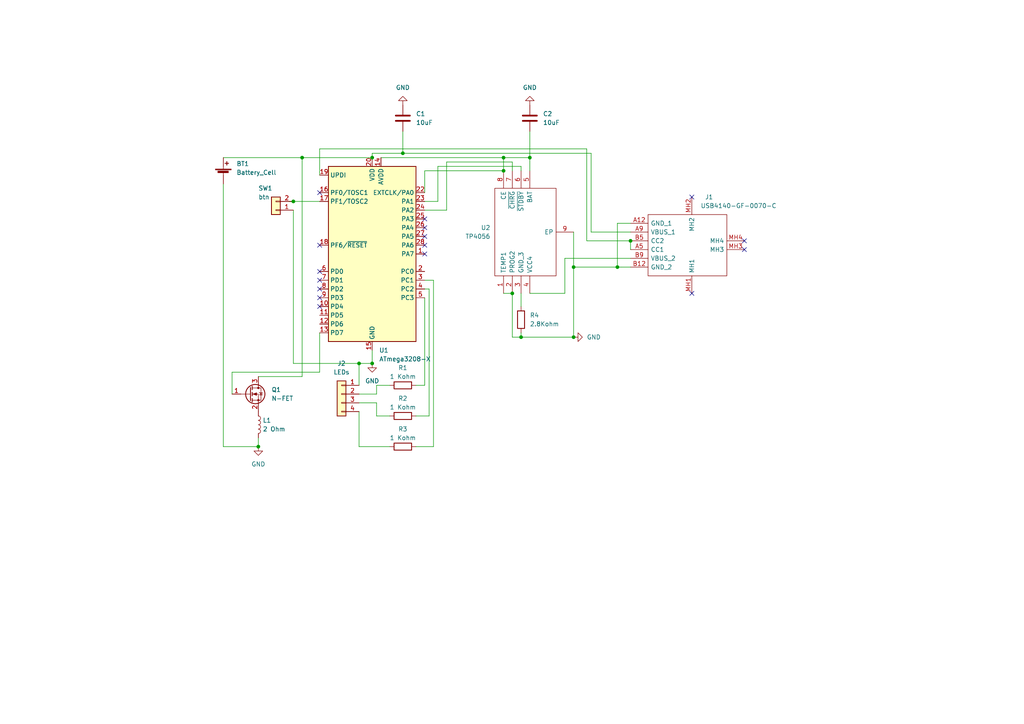
<source format=kicad_sch>
(kicad_sch (version 20211123) (generator eeschema)
  (paper "A4")
  (lib_symbols
    (symbol "Connector_Generic:Conn_01x02" (pin_names (offset 1.016) hide)
      (property "Reference" "J" (at 0 2.54 0))
      (property "Value" "Conn_01x02" (at 0 -5.08 0))
      (symbol "Conn_01x02_1_1"
        (rectangle (start -1.27 -2.413) (end 0 -2.667) (stroke (width 0.1524)))
        (rectangle (start -1.27 0.127) (end 0 -0.127) (stroke (width 0.1524)))
        (rectangle (start -1.27 1.27) (end 1.27 -3.81) (stroke (width 0.254)) (fill (type background)))
        (pin passive line (at -5.08 0 0) (length 3.81) (name "Pin_1") (number "1"))
        (pin passive line (at -5.08 -2.54 0) (length 3.81) (name "Pin_2") (number "2"))
      )
    )
    (symbol "Connector_Generic:Conn_01x04" (pin_names (offset 1.016) hide)
      (property "Reference" "J" (at 0 5.08 0))
      (property "Value" "Conn_01x04" (at 0 -7.62 0))
      (symbol "Conn_01x04_1_1"
        (rectangle (start -1.27 -4.953) (end 0 -5.207) (stroke (width 0.1524)))
        (rectangle (start -1.27 -2.413) (end 0 -2.667) (stroke (width 0.1524)))
        (rectangle (start -1.27 0.127) (end 0 -0.127) (stroke (width 0.1524)))
        (rectangle (start -1.27 2.667) (end 0 2.413) (stroke (width 0.1524)))
        (rectangle (start -1.27 3.81) (end 1.27 -6.35) (stroke (width 0.254)) (fill (type background)))
        (pin passive line (at -5.08 2.54 0) (length 3.81) (name "Pin_1") (number "1"))
        (pin passive line (at -5.08 0 0) (length 3.81) (name "Pin_2") (number "2"))
        (pin passive line (at -5.08 -2.54 0) (length 3.81) (name "Pin_3") (number "3"))
        (pin passive line (at -5.08 -5.08 0) (length 3.81) (name "Pin_4") (number "4"))
      )
    )
    (symbol "Device:Battery_Cell" (pin_numbers hide) (pin_names (offset 0) hide)
      (property "Reference" "BT" (at 2.54 2.54 0))
      (property "Value" "Battery_Cell" (at 2.54 0 0))
      (symbol "Battery_Cell_0_1"
        (rectangle (start -2.286 1.778) (end 2.286 1.524) (fill (type outline)))
        (rectangle (start -1.5748 1.1938) (end 1.4732 0.6858) (fill (type outline)))
        (polyline (pts (xy 0 0.762) (xy 0 0)))
        (polyline (pts (xy 0 1.778) (xy 0 2.54)))
        (polyline (pts (xy 0.508 3.429) (xy 1.524 3.429)) (stroke (width 0.254)))
        (polyline (pts (xy 1.016 3.937) (xy 1.016 2.921)) (stroke (width 0.254)))
      )
      (symbol "Battery_Cell_1_1"
        (pin passive line (at 0 5.08 270) (length 2.54) (name "+") (number "1"))
        (pin passive line (at 0 -2.54 90) (length 2.54) (name "-") (number "2"))
      )
    )
    (symbol "Device:C" (pin_numbers hide) (pin_names (offset 0.254))
      (property "Reference" "C" (at 0.635 2.54 0))
      (property "Value" "C" (at 0.635 -2.54 0))
      (symbol "C_0_1"
        (polyline (pts (xy -2.032 -0.762) (xy 2.032 -0.762)) (stroke (width 0.508)))
        (polyline (pts (xy -2.032 0.762) (xy 2.032 0.762)) (stroke (width 0.508)))
      )
      (symbol "C_1_1"
        (pin passive line (at 0 3.81 270) (length 2.794) (name "~") (number "1"))
        (pin passive line (at 0 -3.81 90) (length 2.794) (name "~") (number "2"))
      )
    )
    (symbol "Device:L" (pin_numbers hide) (pin_names (offset 1.016) hide)
      (property "Reference" "L" (at -1.27 0 90))
      (property "Value" "L" (at 1.905 0 90))
      (symbol "L_0_1"
        (arc (start 0 -2.54) (mid 0.635 -1.905) (end 0 -1.27))
        (arc (start 0 -1.27) (mid 0.635 -0.635) (end 0 0))
        (arc (start 0 0) (mid 0.635 0.635) (end 0 1.27))
        (arc (start 0 1.27) (mid 0.635 1.905) (end 0 2.54))
      )
      (symbol "L_1_1"
        (pin passive line (at 0 3.81 270) (length 1.27) (name "1") (number "1"))
        (pin passive line (at 0 -3.81 90) (length 1.27) (name "2") (number "2"))
      )
    )
    (symbol "Device:R" (pin_numbers hide) (pin_names (offset 0))
      (property "Reference" "R" (at 2.032 0 90))
      (property "Value" "R" (at 0 0 90))
      (symbol "R_0_1"
        (rectangle (start -1.016 -2.54) (end 1.016 2.54) (stroke (width 0.254)))
      )
      (symbol "R_1_1"
        (pin passive line (at 0 3.81 270) (length 1.27) (name "~") (number "1"))
        (pin passive line (at 0 -3.81 90) (length 1.27) (name "~") (number "2"))
      )
    )
    (symbol "MCU_Microchip_ATmega:ATmega3208-X"
      (property "Reference" "U" (at -12.7 26.67 0))
      (property "Value" "ATmega3208-X" (at 2.54 -26.67 0))
      (symbol "ATmega3208-X_0_1"
        (rectangle (start -12.7 -25.4) (end 12.7 25.4) (stroke (width 0.254)) (fill (type background)))
      )
      (symbol "ATmega3208-X_1_1"
        (pin bidirectional line (at 15.24 0 180) (length 2.54) (name "PA7") (number "1"))
        (pin bidirectional line (at -15.24 -15.24 0) (length 2.54) (name "PD4") (number "10"))
        (pin bidirectional line (at -15.24 -17.78 0) (length 2.54) (name "PD5") (number "11"))
        (pin bidirectional line (at -15.24 -20.32 0) (length 2.54) (name "PD6") (number "12"))
        (pin bidirectional line (at -15.24 -22.86 0) (length 2.54) (name "PD7") (number "13"))
        (pin power_in line (at 2.54 27.94 270) (length 2.54) (name "AVDD") (number "14"))
        (pin power_in line (at 0 -27.94 90) (length 2.54) (name "GND") (number "15"))
        (pin bidirectional line (at -15.24 17.78 0) (length 2.54) (name "PF0/TOSC1") (number "16"))
        (pin bidirectional line (at -15.24 15.24 0) (length 2.54) (name "PF1/TOSC2") (number "17"))
        (pin bidirectional line (at -15.24 2.54 0) (length 2.54) (name "PF6/~{RESET}") (number "18"))
        (pin bidirectional line (at -15.24 22.86 0) (length 2.54) (name "UPDI") (number "19"))
        (pin bidirectional line (at 15.24 -5.08 180) (length 2.54) (name "PC0") (number "2"))
        (pin power_in line (at 0 27.94 270) (length 2.54) (name "VDD") (number "20"))
        (pin passive line (at 0 -27.94 90) (length 2.54) hide (name "GND") (number "21"))
        (pin bidirectional line (at 15.24 17.78 180) (length 2.54) (name "EXTCLK/PA0") (number "22"))
        (pin bidirectional line (at 15.24 15.24 180) (length 2.54) (name "PA1") (number "23"))
        (pin bidirectional line (at 15.24 12.7 180) (length 2.54) (name "PA2") (number "24"))
        (pin bidirectional line (at 15.24 10.16 180) (length 2.54) (name "PA3") (number "25"))
        (pin bidirectional line (at 15.24 7.62 180) (length 2.54) (name "PA4") (number "26"))
        (pin bidirectional line (at 15.24 5.08 180) (length 2.54) (name "PA5") (number "27"))
        (pin bidirectional line (at 15.24 2.54 180) (length 2.54) (name "PA6") (number "28"))
        (pin bidirectional line (at 15.24 -7.62 180) (length 2.54) (name "PC1") (number "3"))
        (pin bidirectional line (at 15.24 -10.16 180) (length 2.54) (name "PC2") (number "4"))
        (pin bidirectional line (at 15.24 -12.7 180) (length 2.54) (name "PC3") (number "5"))
        (pin bidirectional line (at -15.24 -5.08 0) (length 2.54) (name "PD0") (number "6"))
        (pin bidirectional line (at -15.24 -7.62 0) (length 2.54) (name "PD1") (number "7"))
        (pin bidirectional line (at -15.24 -10.16 0) (length 2.54) (name "PD2") (number "8"))
        (pin bidirectional line (at -15.24 -12.7 0) (length 2.54) (name "PD3") (number "9"))
      )
    )
    (symbol "SamacSys:TP4056" (pin_names (offset 0.762))
      (property "Reference" "J" (at 31.75 7.62 0))
      (property "Value" "TP4056" (at 31.75 5.08 0))
      (symbol "TP4056_0_0"
        (pin passive line (at 0 0 0) (length 5.08) (name "TEMP1") (number "1"))
        (pin passive line (at 0 -2.54 0) (length 5.08) (name "PROG2") (number "2"))
        (pin passive line (at 0 -5.08 0) (length 5.08) (name "GND_3") (number "3"))
        (pin passive line (at 0 -7.62 0) (length 5.08) (name "VCC4") (number "4"))
        (pin passive line (at 35.56 -7.62 180) (length 5.08) (name "BAT") (number "5"))
        (pin passive line (at 35.56 -5.08 180) (length 5.08) (name "~{STDBY}") (number "6"))
        (pin passive line (at 35.56 -2.54 180) (length 5.08) (name "~{CHRG}") (number "7"))
        (pin passive line (at 35.56 0 180) (length 5.08) (name "CE") (number "8"))
        (pin passive line (at 17.78 -20.32 90) (length 5.08) (name "EP") (number "9"))
      )
      (symbol "TP4056_0_1"
        (polyline (pts (xy 5.08 2.54) (xy 30.48 2.54) (xy 30.48 -15.24) (xy 5.08 -15.24) (xy 5.08 2.54)) (stroke (width 0.1524)))
      )
    )
    (symbol "SamacSys:USB4140-GF-0070-C" (pin_names (offset 0.762))
      (property "Reference" "J" (at 24.13 17.78 0))
      (property "Value" "USB4140-GF-0070-C" (at 24.13 15.24 0))
      (symbol "USB4140-GF-0070-C_0_0"
        (pin passive line (at 20.32 17.78 270) (length 5.08) (name "GND_1") (number "A12"))
        (pin passive line (at 12.7 17.78 270) (length 5.08) (name "CC1") (number "A5"))
        (pin passive line (at 17.78 17.78 270) (length 5.08) (name "VBUS_1") (number "A9"))
        (pin passive line (at 7.62 17.78 270) (length 5.08) (name "GND_2") (number "B12"))
        (pin passive line (at 15.24 17.78 270) (length 5.08) (name "CC2") (number "B5"))
        (pin passive line (at 10.16 17.78 270) (length 5.08) (name "VBUS_2") (number "B9"))
        (pin passive line (at 0 0 0) (length 5.08) (name "MH1") (number "MH1"))
        (pin passive line (at 27.94 0 180) (length 5.08) (name "MH2") (number "MH2"))
        (pin passive line (at 12.7 -15.24 90) (length 5.08) (name "MH3") (number "MH3"))
        (pin passive line (at 15.24 -15.24 90) (length 5.08) (name "MH4") (number "MH4"))
      )
      (symbol "USB4140-GF-0070-C_0_1"
        (polyline (pts (xy 5.08 12.7) (xy 22.86 12.7) (xy 22.86 -10.16) (xy 5.08 -10.16) (xy 5.08 12.7)) (stroke (width 0.1524)))
      )
    )
    (symbol "Transistor_FET:AO3400A" (pin_names hide)
      (property "Reference" "Q" (at 5.08 1.905 0))
      (property "Value" "AO3400A" (at 5.08 0 0))
      (symbol "AO3400A_0_1"
        (polyline (pts (xy 0.254 0) (xy -2.54 0)))
        (polyline (pts (xy 0.254 1.905) (xy 0.254 -1.905)) (stroke (width 0.254)))
        (polyline (pts (xy 0.762 -1.27) (xy 0.762 -2.286)) (stroke (width 0.254)))
        (polyline (pts (xy 0.762 0.508) (xy 0.762 -0.508)) (stroke (width 0.254)))
        (polyline (pts (xy 0.762 2.286) (xy 0.762 1.27)) (stroke (width 0.254)))
        (polyline (pts (xy 2.54 2.54) (xy 2.54 1.778)))
        (polyline (pts (xy 2.54 -2.54) (xy 2.54 0) (xy 0.762 0)))
        (polyline (pts (xy 0.762 -1.778) (xy 3.302 -1.778) (xy 3.302 1.778) (xy 0.762 1.778)))
        (polyline (pts (xy 1.016 0) (xy 2.032 0.381) (xy 2.032 -0.381) (xy 1.016 0)) (fill (type outline)))
        (polyline (pts (xy 2.794 0.508) (xy 2.921 0.381) (xy 3.683 0.381) (xy 3.81 0.254)))
        (polyline (pts (xy 3.302 0.381) (xy 2.921 -0.254) (xy 3.683 -0.254) (xy 3.302 0.381)))
        (circle (center 1.651 0) (radius 2.794) (stroke (width 0.254)))
        (circle (center 2.54 -1.778) (radius 0.254) (fill (type outline)))
        (circle (center 2.54 1.778) (radius 0.254) (fill (type outline)))
      )
      (symbol "AO3400A_1_1"
        (pin input line (at -5.08 0 0) (length 2.54) (name "G") (number "1"))
        (pin passive line (at 2.54 -5.08 90) (length 2.54) (name "S") (number "2"))
        (pin passive line (at 2.54 5.08 270) (length 2.54) (name "D") (number "3"))
      )
    )
    (symbol "power:GND" (power) (pin_names (offset 0))
      (property "Value" "GND" (at 0 -3.81 0))
      (symbol "GND_0_1"
        (polyline (pts (xy 0 0) (xy 0 -1.27) (xy 1.27 -1.27) (xy 0 -2.54) (xy -1.27 -1.27) (xy 0 -1.27)))
      )
      (symbol "GND_1_1"
        (pin power_in line (at 0 0 270) (length 0) hide (name "GND") (number "1"))
      )
    )
  )
  (junction (at 153.67 45.72))
  (junction (at 166.37 97.79))
  (junction (at 179.07 77.47))
  (junction (at 104.14 105.41))
  (junction (at 151.13 97.79))
  (junction (at 148.59 85.09))
  (junction (at 87.63 45.72))
  (junction (at 116.84 44.45))
  (junction (at 146.05 49.53))
  (junction (at 146.05 45.72))
  (junction (at 107.95 105.41))
  (junction (at 182.88 69.85))
  (junction (at 166.37 77.47))
  (junction (at 74.93 129.54))
  (junction (at 85.09 58.42))
  (junction (at 107.95 45.72))
  (no_connect (at 200.66 57.15))
  (no_connect (at 215.9 69.85))
  (no_connect (at 200.66 85.09))
  (no_connect (at 215.9 72.39))
  (no_connect (at 123.19 68.58))
  (no_connect (at 123.19 66.04))
  (no_connect (at 123.19 63.5))
  (no_connect (at 92.71 55.88))
  (no_connect (at 92.71 78.74))
  (no_connect (at 92.71 88.9))
  (no_connect (at 92.71 86.36))
  (no_connect (at 92.71 83.82))
  (no_connect (at 92.71 81.28))
  (no_connect (at 123.19 73.66))
  (no_connect (at 123.19 71.12))
  (no_connect (at 92.71 71.12))
  (wire (pts (xy 170.18 43.18) (xy 170.18 69.85)))
  (wire (pts (xy 87.63 45.72) (xy 87.63 109.22)))
  (wire (pts (xy 125.73 81.28) (xy 123.19 81.28)))
  (wire (pts (xy 67.31 107.95) (xy 92.71 107.95)))
  (wire (pts (xy 109.22 116.84) (xy 109.22 120.65)))
  (wire (pts (xy 87.63 45.72) (xy 64.77 45.72)))
  (wire (pts (xy 104.14 116.84) (xy 109.22 116.84)))
  (wire (pts (xy 163.83 85.09) (xy 153.67 85.09)))
  (wire (pts (xy 166.37 77.47) (xy 166.37 97.79)))
  (wire (pts (xy 85.09 58.42) (xy 92.71 58.42)))
  (wire (pts (xy 74.93 129.54) (xy 64.77 129.54)))
  (wire (pts (xy 148.59 49.53) (xy 148.59 46.99)))
  (wire (pts (xy 110.49 45.72) (xy 146.05 45.72)))
  (wire (pts (xy 153.67 45.72) (xy 153.67 49.53)))
  (wire (pts (xy 120.65 129.54) (xy 125.73 129.54)))
  (wire (pts (xy 85.09 105.41) (xy 104.14 105.41)))
  (wire (pts (xy 146.05 45.72) (xy 153.67 45.72)))
  (wire (pts (xy 170.18 69.85) (xy 182.88 69.85)))
  (wire (pts (xy 125.73 129.54) (xy 125.73 81.28)))
  (wire (pts (xy 127 58.42) (xy 123.19 58.42)))
  (wire (pts (xy 109.22 120.65) (xy 113.03 120.65)))
  (wire (pts (xy 151.13 49.53) (xy 151.13 48.26)))
  (wire (pts (xy 166.37 67.31) (xy 166.37 77.47)))
  (wire (pts (xy 151.13 96.52) (xy 151.13 97.79)))
  (wire (pts (xy 92.71 96.52) (xy 92.71 107.95)))
  (wire (pts (xy 85.09 60.96) (xy 85.09 105.41)))
  (wire (pts (xy 153.67 38.1) (xy 153.67 45.72)))
  (wire (pts (xy 166.37 77.47) (xy 179.07 77.47)))
  (wire (pts (xy 74.93 127) (xy 74.93 129.54)))
  (wire (pts (xy 151.13 85.09) (xy 151.13 88.9)))
  (wire (pts (xy 116.84 38.1) (xy 116.84 44.45)))
  (wire (pts (xy 123.19 111.76) (xy 123.19 86.36)))
  (wire (pts (xy 148.59 85.09) (xy 148.59 97.79)))
  (wire (pts (xy 107.95 45.72) (xy 107.95 44.45)))
  (wire (pts (xy 120.65 120.65) (xy 124.46 120.65)))
  (wire (pts (xy 104.14 129.54) (xy 113.03 129.54)))
  (wire (pts (xy 116.84 44.45) (xy 171.45 44.45)))
  (wire (pts (xy 83.82 58.42) (xy 85.09 58.42)))
  (wire (pts (xy 124.46 83.82) (xy 123.19 83.82)))
  (wire (pts (xy 166.37 97.79) (xy 151.13 97.79)))
  (wire (pts (xy 104.14 105.41) (xy 107.95 105.41)))
  (wire (pts (xy 107.95 101.6) (xy 107.95 105.41)))
  (wire (pts (xy 148.59 46.99) (xy 129.54 46.99)))
  (wire (pts (xy 64.77 53.34) (xy 64.77 129.54)))
  (wire (pts (xy 129.54 60.96) (xy 123.19 60.96)))
  (wire (pts (xy 182.88 69.85) (xy 182.88 72.39)))
  (wire (pts (xy 67.31 114.3) (xy 67.31 107.95)))
  (wire (pts (xy 179.07 77.47) (xy 182.88 77.47)))
  (wire (pts (xy 148.59 97.79) (xy 151.13 97.79)))
  (wire (pts (xy 146.05 45.72) (xy 146.05 49.53)))
  (wire (pts (xy 129.54 46.99) (xy 129.54 60.96)))
  (wire (pts (xy 182.88 64.77) (xy 179.07 64.77)))
  (wire (pts (xy 109.22 114.3) (xy 109.22 111.76)))
  (wire (pts (xy 124.46 120.65) (xy 124.46 83.82)))
  (wire (pts (xy 87.63 45.72) (xy 107.95 45.72)))
  (wire (pts (xy 127 48.26) (xy 127 58.42)))
  (wire (pts (xy 109.22 111.76) (xy 113.03 111.76)))
  (wire (pts (xy 123.19 49.53) (xy 123.19 55.88)))
  (wire (pts (xy 182.88 67.31) (xy 171.45 67.31)))
  (wire (pts (xy 171.45 44.45) (xy 171.45 67.31)))
  (wire (pts (xy 182.88 74.93) (xy 163.83 74.93)))
  (wire (pts (xy 163.83 74.93) (xy 163.83 85.09)))
  (wire (pts (xy 151.13 48.26) (xy 127 48.26)))
  (wire (pts (xy 104.14 119.38) (xy 104.14 129.54)))
  (wire (pts (xy 92.71 43.18) (xy 92.71 50.8)))
  (wire (pts (xy 74.93 109.22) (xy 87.63 109.22)))
  (wire (pts (xy 104.14 114.3) (xy 109.22 114.3)))
  (wire (pts (xy 120.65 111.76) (xy 123.19 111.76)))
  (wire (pts (xy 179.07 64.77) (xy 179.07 77.47)))
  (wire (pts (xy 146.05 85.09) (xy 148.59 85.09)))
  (wire (pts (xy 104.14 111.76) (xy 104.14 105.41)))
  (wire (pts (xy 123.19 49.53) (xy 146.05 49.53)))
  (wire (pts (xy 107.95 44.45) (xy 116.84 44.45)))
  (wire (pts (xy 170.18 43.18) (xy 92.71 43.18)))
  (symbol (lib_id "power:GND") (at 74.93 129.54 0) (unit 1)
    (property "Reference" "#PWR0104" (effects hide))
    (property "Value" "GND" (at 74.93 134.62 0))
  )
  (symbol (lib_id "SamacSys:USB4140-GF-0070-C") (at 200.66 85.09 90) (unit 1)
    (property "Reference" "J1" (at 204.47 57.15 90) (effects (justify right)))
    (property "Value" "USB4140-GF-0070-C" (at 203.2 59.69 90) (effects (justify right)))
    (property "Footprint" "SamacSys:USB4140GF0070C" (effects hide))
    (property "Datasheet" "https://gct.co/files/drawings/usb4140.pdf?v=497efcde-01c1-4614-ade4-1b2d7a03c886" (effects hide))
    (property "Description" "USB Connectors USB C Rec GF Vert 6P SMT 0.7mm TH stakes H 6.5mm" (effects hide))
    (property "Height" "6.7" (effects hide))
    (property "Mouser Part Number" "640-USB4140-GF-0070C" (effects hide))
    (property "Mouser Price/Stock" "https://www.mouser.co.uk/ProductDetail/GCT/USB4140-GF-0070-C?qs=Li%252BoUPsLEnvSB5aSpvSBUA%3D%3D" (effects hide))
    (property "Manufacturer_Name" "GCT (GLOBAL CONNECTOR TECHNOLOGY)" (effects hide))
    (property "Manufacturer_Part_Number" "USB4140-GF-0070-C" (effects hide))
  )
  (symbol (lib_id "Device:R") (at 116.84 120.65 90) (unit 1)
    (property "Reference" "R2" (at 116.84 115.57 90))
    (property "Value" "1 Kohm" (at 116.84 118.11 90))
    (property "Footprint" "Resistor_SMD:R_0603_1608Metric_Pad0.98x0.95mm_HandSolder" (effects hide))
  )
  (symbol (lib_id "Device:L") (at 74.93 123.19 0) (unit 1)
    (property "Reference" "L1" (at 76.2 121.9199 0) (effects (justify left)))
    (property "Value" "2 Ohm" (at 76.2 124.4599 0) (effects (justify left)))
    (property "Footprint" "Inductor_THT:L_Axial_L6.6mm_D2.7mm_P2.54mm_Vertical_Vishay_IM-2" (effects hide))
  )
  (symbol (lib_id "Connector_Generic:Conn_01x02") (at 80.01 60.96 180) (unit 1)
    (property "Reference" "SW1" (at 74.93 54.61 0) (effects (justify right)))
    (property "Value" "btn" (at 74.93 57.15 0) (effects (justify right)))
    (property "Footprint" "Connector_PinHeader_2.54mm:PinHeader_1x02_P2.54mm_Vertical" (effects hide))
  )
  (symbol (lib_id "Device:R") (at 116.84 111.76 90) (unit 1)
    (property "Reference" "R1" (at 116.84 106.68 90))
    (property "Value" "1 Kohm" (at 116.84 109.22 90))
    (property "Footprint" "Resistor_SMD:R_0603_1608Metric_Pad0.98x0.95mm_HandSolder" (effects hide))
  )
  (symbol (lib_id "power:GND") (at 166.37 97.79 90) (unit 1)
    (property "Reference" "#PWR0103" (effects hide))
    (property "Value" "GND" (at 170.18 97.7899 90) (effects (justify right)))
  )
  (symbol (lib_id "Device:Battery_Cell") (at 64.77 50.8 0) (unit 1)
    (property "Reference" "BT1" (at 68.58 47.4979 0) (effects (justify left)))
    (property "Value" "Battery_Cell" (at 68.58 50.0379 0) (effects (justify left)))
    (property "Footprint" "Connector_PinHeader_2.54mm:PinHeader_1x02_P2.54mm_Vertical" (effects hide))
  )
  (symbol (lib_id "Connector_Generic:Conn_01x04") (at 99.06 114.3 0) (mirror y) (unit 1)
    (property "Reference" "J2" (at 99.06 105.41 0))
    (property "Value" "LEDs" (at 99.06 107.95 0))
    (property "Footprint" "Connector_PinHeader_2.54mm:PinHeader_1x04_P2.54mm_Vertical" (effects hide))
  )
  (symbol (lib_id "power:GND") (at 116.84 30.48 180) (unit 1)
    (property "Reference" "#PWR0101" (effects hide))
    (property "Value" "GND" (at 116.84 25.4 0))
  )
  (symbol (lib_id "MCU_Microchip_ATmega:ATmega3208-X") (at 107.95 73.66 0) (unit 1)
    (property "Reference" "U1" (at 109.9694 101.6 0) (effects (justify left)))
    (property "Value" "ATmega3208-X" (at 109.9694 104.14 0) (effects (justify left)))
    (property "Footprint" "Package_SO:SSOP-28_5.3x10.2mm_P0.65mm" (effects hide))
    (property "Datasheet" "http://ww1.microchip.com/downloads/en/DeviceDoc/40002018A.pdf" (effects hide))
  )
  (symbol (lib_id "Device:R") (at 151.13 92.71 0) (unit 1)
    (property "Reference" "R4" (at 153.67 91.4399 0) (effects (justify left)))
    (property "Value" "2.8Kohm" (at 153.67 93.9799 0) (effects (justify left)))
    (property "Footprint" "Resistor_SMD:R_0603_1608Metric_Pad0.98x0.95mm_HandSolder" (effects hide))
  )
  (symbol (lib_id "Device:C") (at 153.67 34.29 0) (unit 1)
    (property "Reference" "C2" (at 157.48 33.0199 0) (effects (justify left)))
    (property "Value" "10uF" (at 157.48 35.5599 0) (effects (justify left)))
    (property "Footprint" "Capacitor_SMD:C_0603_1608Metric_Pad1.08x0.95mm_HandSolder" (effects hide))
  )
  (symbol (lib_id "power:GND") (at 153.67 30.48 180) (unit 1)
    (property "Reference" "#PWR0102" (effects hide))
    (property "Value" "GND" (at 153.67 25.4 0))
  )
  (symbol (lib_id "SamacSys:TP4056") (at 146.05 85.09 90) (unit 1)
    (property "Reference" "U2" (at 142.24 66.0399 90) (effects (justify left)))
    (property "Value" "TP4056" (at 142.24 68.5799 90) (effects (justify left)))
    (property "Footprint" "Package_SO:SOIC-8-1EP_3.9x4.9mm_P1.27mm_EP2.514x3.2mm_ThermalVias" (effects hide))
    (property "Datasheet" "https://dlnmh9ip6v2uc.cloudfront.net/datasheets/Prototyping/TP4056.pdf" (effects hide))
    (property "Description" "1A Standalone Linear Li-lon Battery Charger, SOP-8" (effects hide))
    (property "Height" "1.75" (effects hide))
    (property "Manufacturer_Name" "NanJing Top Power" (effects hide))
    (property "Manufacturer_Part_Number" "TP4056" (effects hide))
  )
  (symbol (lib_id "Device:R") (at 116.84 129.54 90) (unit 1)
    (property "Reference" "R3" (at 116.84 124.46 90))
    (property "Value" "1 Kohm" (at 116.84 127 90))
    (property "Footprint" "Resistor_SMD:R_0603_1608Metric_Pad0.98x0.95mm_HandSolder" (effects hide))
  )
  (symbol (lib_id "Transistor_FET:AO3400A") (at 72.39 114.3 0) (unit 1)
    (property "Reference" "Q1" (at 78.74 113.0299 0) (effects (justify left)))
    (property "Value" "N-FET" (at 78.74 115.5699 0) (effects (justify left)))
    (property "Footprint" "Package_TO_SOT_SMD:SOT-23" (effects hide))
    (property "Datasheet" "http://www.aosmd.com/pdfs/datasheet/AO3400A.pdf" (effects hide))
  )
  (symbol (lib_id "power:GND") (at 107.95 105.41 0) (unit 1)
    (property "Reference" "#PWR0105" (effects hide))
    (property "Value" "GND" (at 107.95 110.49 0))
  )
  (symbol (lib_id "Device:C") (at 116.84 34.29 0) (unit 1)
    (property "Reference" "C1" (at 120.65 33.0199 0) (effects (justify left)))
    (property "Value" "10uF" (at 120.65 35.5599 0) (effects (justify left)))
    (property "Footprint" "Capacitor_SMD:C_0603_1608Metric_Pad1.08x0.95mm_HandSolder" (effects hide))
  )
)
</source>
